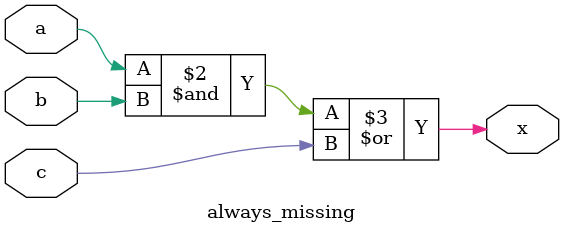
<source format=v>
module always_missing(input a, b, c, output reg x);
  always @(a, b)
  begin
    x <= (a & b) | c;
  end
endmodule
</source>
